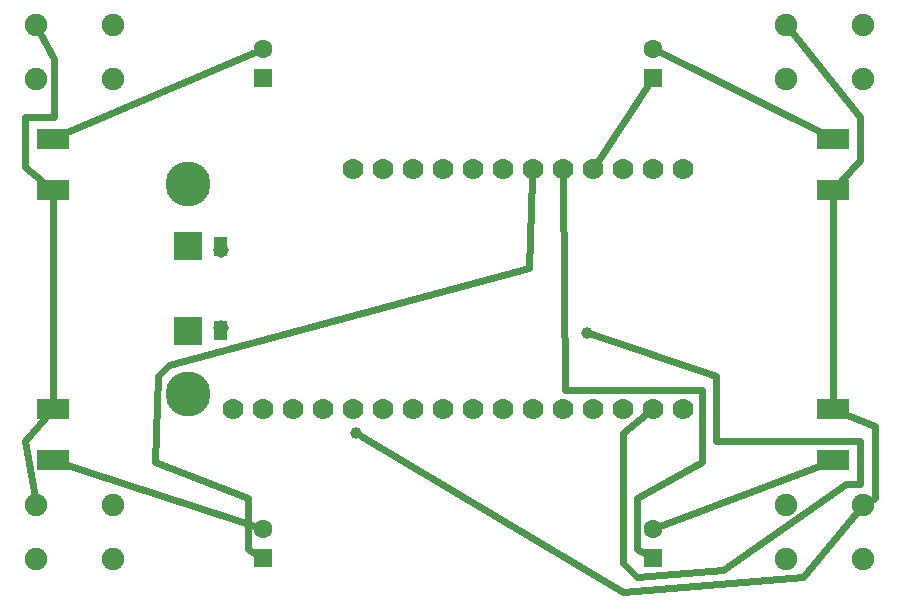
<source format=gtl>
G04 MADE WITH FRITZING*
G04 WWW.FRITZING.ORG*
G04 DOUBLE SIDED*
G04 HOLES PLATED*
G04 CONTOUR ON CENTER OF CONTOUR VECTOR*
%ASAXBY*%
%FSLAX23Y23*%
%MOIN*%
%OFA0B0*%
%SFA1.0B1.0*%
%ADD10C,0.070000*%
%ADD11C,0.095000*%
%ADD12C,0.149999*%
%ADD13C,0.051496*%
%ADD14C,0.062992*%
%ADD15C,0.075000*%
%ADD16C,0.039370*%
%ADD17R,0.095000X0.095000*%
%ADD18R,0.062992X0.062992*%
%ADD19R,0.106299X0.070866*%
%ADD20C,0.024000*%
%ADD21R,0.001000X0.001000*%
%LNCOPPER1*%
G90*
G70*
G54D10*
X1644Y1533D03*
X1744Y733D03*
X944Y733D03*
X2444Y1533D03*
G54D11*
X795Y992D03*
G54D10*
X1344Y733D03*
X2144Y733D03*
X2044Y1533D03*
G54D12*
X794Y1483D03*
G54D10*
X1144Y733D03*
X1544Y733D03*
X1944Y733D03*
X2344Y733D03*
X2244Y1533D03*
X1844Y1533D03*
X1444Y1533D03*
G54D13*
X905Y1003D03*
G54D10*
X1044Y733D03*
X1244Y733D03*
X1444Y733D03*
X1644Y733D03*
X1844Y733D03*
X2044Y733D03*
X2244Y733D03*
X2444Y733D03*
X2344Y1533D03*
X2144Y1533D03*
X1944Y1533D03*
X1744Y1533D03*
X1544Y1533D03*
X1344Y1533D03*
G54D12*
X794Y783D03*
G54D13*
X905Y1263D03*
G54D11*
X795Y1275D03*
G54D14*
X1044Y1835D03*
X1044Y1933D03*
X2344Y1835D03*
X2344Y1933D03*
X2344Y235D03*
X2344Y333D03*
X1044Y235D03*
X1044Y333D03*
G54D15*
X544Y233D03*
X289Y233D03*
X544Y411D03*
X289Y411D03*
X3044Y233D03*
X2789Y233D03*
X3044Y411D03*
X2789Y411D03*
X3044Y1833D03*
X2789Y1833D03*
X3044Y2011D03*
X2789Y2011D03*
X544Y1833D03*
X289Y1833D03*
X544Y2011D03*
X289Y2011D03*
G54D16*
X2124Y986D03*
X1356Y650D03*
G54D17*
X795Y992D03*
X795Y1275D03*
G54D18*
X1044Y1835D03*
X2344Y1835D03*
X2344Y235D03*
X1044Y235D03*
G54D19*
X344Y560D03*
X344Y733D03*
X2944Y560D03*
X2944Y733D03*
X2944Y1633D03*
X2944Y1460D03*
X344Y1633D03*
X344Y1460D03*
G54D20*
X2370Y343D02*
X2897Y542D01*
D02*
X2161Y1559D02*
X2330Y1813D01*
D02*
X1019Y342D02*
X392Y545D01*
D02*
X2368Y1921D02*
X2897Y1657D01*
D02*
X1020Y1923D02*
X392Y1654D01*
D02*
X2321Y249D02*
X2292Y266D01*
X2292Y266D02*
X2292Y434D01*
X2292Y434D02*
X2508Y554D01*
X2508Y554D02*
X2508Y794D01*
X2508Y794D02*
X2052Y794D01*
X2052Y794D02*
X2045Y1503D01*
D02*
X1022Y249D02*
X996Y266D01*
X996Y266D02*
X996Y434D01*
X996Y434D02*
X684Y554D01*
X684Y554D02*
X696Y842D01*
X696Y842D02*
X732Y878D01*
X732Y878D02*
X1932Y1202D01*
X1932Y1202D02*
X1943Y1503D01*
D02*
X2142Y980D02*
X2556Y842D01*
X2556Y842D02*
X2556Y626D01*
X2556Y626D02*
X3036Y626D01*
X3036Y626D02*
X3036Y482D01*
X3036Y482D02*
X2988Y482D01*
X2988Y482D02*
X2580Y194D01*
X2580Y194D02*
X2292Y170D01*
X2292Y170D02*
X2244Y218D01*
X2244Y218D02*
X2244Y650D01*
X2244Y650D02*
X2321Y714D01*
D02*
X284Y439D02*
X252Y626D01*
X252Y626D02*
X319Y703D01*
D02*
X344Y1430D02*
X344Y763D01*
D02*
X302Y1985D02*
X348Y1898D01*
X348Y1898D02*
X348Y1706D01*
X348Y1706D02*
X252Y1706D01*
X252Y1706D02*
X252Y1538D01*
X252Y1538D02*
X309Y1490D01*
D02*
X3026Y389D02*
X2844Y170D01*
X2844Y170D02*
X2244Y122D01*
X2244Y122D02*
X1372Y641D01*
D02*
X2992Y713D02*
X3084Y674D01*
X3084Y674D02*
X3084Y434D01*
X3084Y434D02*
X3069Y425D01*
D02*
X2944Y1430D02*
X2944Y763D01*
D02*
X2807Y1988D02*
X3036Y1706D01*
X3036Y1706D02*
X3036Y1562D01*
X3036Y1562D02*
X2971Y1490D01*
G54D21*
X884Y1305D02*
X924Y1305D01*
X884Y1304D02*
X925Y1304D01*
X884Y1303D02*
X925Y1303D01*
X884Y1302D02*
X925Y1302D01*
X884Y1301D02*
X925Y1301D01*
X884Y1300D02*
X925Y1300D01*
X884Y1299D02*
X925Y1299D01*
X884Y1298D02*
X925Y1298D01*
X884Y1297D02*
X925Y1297D01*
X884Y1296D02*
X925Y1296D01*
X884Y1295D02*
X925Y1295D01*
X884Y1294D02*
X925Y1294D01*
X884Y1293D02*
X925Y1293D01*
X884Y1292D02*
X925Y1292D01*
X884Y1291D02*
X925Y1291D01*
X884Y1290D02*
X925Y1290D01*
X884Y1289D02*
X925Y1289D01*
X884Y1288D02*
X925Y1288D01*
X884Y1287D02*
X925Y1287D01*
X884Y1286D02*
X925Y1286D01*
X884Y1285D02*
X925Y1285D01*
X884Y1284D02*
X900Y1284D01*
X909Y1284D02*
X925Y1284D01*
X884Y1283D02*
X897Y1283D01*
X912Y1283D02*
X925Y1283D01*
X884Y1282D02*
X894Y1282D01*
X914Y1282D02*
X925Y1282D01*
X884Y1281D02*
X893Y1281D01*
X916Y1281D02*
X925Y1281D01*
X884Y1280D02*
X891Y1280D01*
X917Y1280D02*
X925Y1280D01*
X884Y1279D02*
X890Y1279D01*
X919Y1279D02*
X925Y1279D01*
X884Y1278D02*
X889Y1278D01*
X920Y1278D02*
X925Y1278D01*
X884Y1277D02*
X888Y1277D01*
X921Y1277D02*
X925Y1277D01*
X884Y1276D02*
X887Y1276D01*
X921Y1276D02*
X925Y1276D01*
X884Y1275D02*
X886Y1275D01*
X922Y1275D02*
X925Y1275D01*
X884Y1274D02*
X886Y1274D01*
X923Y1274D02*
X925Y1274D01*
X884Y1273D02*
X885Y1273D01*
X923Y1273D02*
X925Y1273D01*
X884Y1272D02*
X885Y1272D01*
X924Y1272D02*
X925Y1272D01*
X884Y1271D02*
X884Y1271D01*
X924Y1271D02*
X925Y1271D01*
X884Y1270D02*
X884Y1270D01*
X924Y1270D02*
X925Y1270D01*
X884Y1269D02*
X884Y1269D01*
X925Y1269D02*
X925Y1269D01*
X884Y1259D02*
X884Y1259D01*
X925Y1259D02*
X925Y1259D01*
X884Y1258D02*
X884Y1258D01*
X925Y1258D02*
X925Y1258D01*
X884Y1257D02*
X884Y1257D01*
X924Y1257D02*
X925Y1257D01*
X884Y1256D02*
X885Y1256D01*
X924Y1256D02*
X925Y1256D01*
X884Y1255D02*
X885Y1255D01*
X924Y1255D02*
X925Y1255D01*
X884Y1254D02*
X886Y1254D01*
X923Y1254D02*
X925Y1254D01*
X884Y1253D02*
X886Y1253D01*
X923Y1253D02*
X925Y1253D01*
X884Y1252D02*
X887Y1252D01*
X922Y1252D02*
X925Y1252D01*
X884Y1251D02*
X887Y1251D01*
X921Y1251D02*
X925Y1251D01*
X884Y1250D02*
X888Y1250D01*
X920Y1250D02*
X925Y1250D01*
X884Y1249D02*
X889Y1249D01*
X919Y1249D02*
X925Y1249D01*
X884Y1248D02*
X890Y1248D01*
X918Y1248D02*
X925Y1248D01*
X884Y1247D02*
X891Y1247D01*
X917Y1247D02*
X925Y1247D01*
X884Y1246D02*
X893Y1246D01*
X916Y1246D02*
X925Y1246D01*
X884Y1245D02*
X895Y1245D01*
X914Y1245D02*
X925Y1245D01*
X884Y1244D02*
X897Y1244D01*
X911Y1244D02*
X925Y1244D01*
X884Y1243D02*
X899Y1243D01*
X909Y1243D02*
X924Y1243D01*
X884Y1024D02*
X899Y1024D01*
X909Y1024D02*
X925Y1024D01*
X884Y1023D02*
X896Y1023D01*
X913Y1023D02*
X925Y1023D01*
X884Y1022D02*
X894Y1022D01*
X915Y1022D02*
X925Y1022D01*
X884Y1021D02*
X892Y1021D01*
X916Y1021D02*
X925Y1021D01*
X884Y1020D02*
X891Y1020D01*
X918Y1020D02*
X925Y1020D01*
X884Y1019D02*
X890Y1019D01*
X919Y1019D02*
X925Y1019D01*
X884Y1018D02*
X889Y1018D01*
X920Y1018D02*
X925Y1018D01*
X884Y1017D02*
X888Y1017D01*
X921Y1017D02*
X925Y1017D01*
X884Y1016D02*
X887Y1016D01*
X922Y1016D02*
X925Y1016D01*
X884Y1015D02*
X886Y1015D01*
X922Y1015D02*
X925Y1015D01*
X884Y1014D02*
X886Y1014D01*
X923Y1014D02*
X925Y1014D01*
X884Y1013D02*
X885Y1013D01*
X923Y1013D02*
X925Y1013D01*
X884Y1012D02*
X885Y1012D01*
X924Y1012D02*
X925Y1012D01*
X884Y1011D02*
X884Y1011D01*
X924Y1011D02*
X925Y1011D01*
X884Y1010D02*
X884Y1010D01*
X924Y1010D02*
X925Y1010D01*
X884Y1009D02*
X884Y1009D01*
X925Y1009D02*
X925Y1009D01*
X884Y999D02*
X884Y999D01*
X925Y999D02*
X925Y999D01*
X884Y998D02*
X884Y998D01*
X925Y998D02*
X925Y998D01*
X884Y997D02*
X884Y997D01*
X924Y997D02*
X925Y997D01*
X884Y996D02*
X885Y996D01*
X924Y996D02*
X925Y996D01*
X884Y995D02*
X885Y995D01*
X924Y995D02*
X925Y995D01*
X884Y994D02*
X886Y994D01*
X923Y994D02*
X925Y994D01*
X884Y993D02*
X886Y993D01*
X922Y993D02*
X925Y993D01*
X884Y992D02*
X887Y992D01*
X922Y992D02*
X925Y992D01*
X884Y991D02*
X888Y991D01*
X921Y991D02*
X925Y991D01*
X884Y990D02*
X888Y990D01*
X920Y990D02*
X925Y990D01*
X884Y989D02*
X889Y989D01*
X919Y989D02*
X925Y989D01*
X884Y988D02*
X891Y988D01*
X918Y988D02*
X925Y988D01*
X884Y987D02*
X892Y987D01*
X917Y987D02*
X925Y987D01*
X884Y986D02*
X893Y986D01*
X915Y986D02*
X925Y986D01*
X884Y985D02*
X895Y985D01*
X913Y985D02*
X925Y985D01*
X884Y984D02*
X898Y984D01*
X911Y984D02*
X925Y984D01*
X884Y983D02*
X925Y983D01*
X884Y982D02*
X925Y982D01*
X884Y981D02*
X925Y981D01*
X884Y980D02*
X925Y980D01*
X884Y979D02*
X925Y979D01*
X884Y978D02*
X925Y978D01*
X884Y977D02*
X925Y977D01*
X884Y976D02*
X925Y976D01*
X884Y975D02*
X925Y975D01*
X884Y974D02*
X925Y974D01*
X884Y973D02*
X925Y973D01*
X884Y972D02*
X925Y972D01*
X884Y971D02*
X925Y971D01*
X884Y970D02*
X925Y970D01*
X884Y969D02*
X925Y969D01*
X884Y968D02*
X925Y968D01*
X884Y967D02*
X925Y967D01*
X884Y966D02*
X925Y966D01*
X884Y965D02*
X925Y965D01*
X884Y964D02*
X925Y964D01*
X884Y963D02*
X925Y963D01*
D02*
G04 End of Copper1*
M02*
</source>
